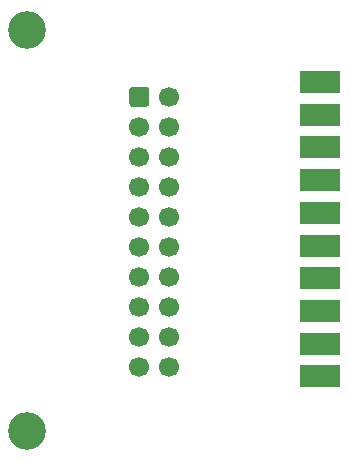
<source format=gbr>
%TF.GenerationSoftware,KiCad,Pcbnew,(5.1.9)-1*%
%TF.CreationDate,2021-07-27T13:59:00-04:00*%
%TF.ProjectId,Amiga2MacFloppy,416d6967-6132-44d6-9163-466c6f707079,1.0*%
%TF.SameCoordinates,Original*%
%TF.FileFunction,Soldermask,Top*%
%TF.FilePolarity,Negative*%
%FSLAX46Y46*%
G04 Gerber Fmt 4.6, Leading zero omitted, Abs format (unit mm)*
G04 Created by KiCad (PCBNEW (5.1.9)-1) date 2021-07-27 13:59:00*
%MOMM*%
%LPD*%
G01*
G04 APERTURE LIST*
%ADD10R,3.480000X1.846667*%
%ADD11C,1.700000*%
%ADD12C,3.200000*%
G04 APERTURE END LIST*
D10*
%TO.C,J1 DB19F*%
X158268000Y-95637000D03*
X158268000Y-98407000D03*
X158268000Y-101177000D03*
X158268000Y-103947000D03*
X158268000Y-106717000D03*
X158268000Y-109487000D03*
X158268000Y-112257000D03*
X158268000Y-115027000D03*
X158268000Y-117797000D03*
X158268000Y-120567000D03*
%TD*%
D11*
%TO.C,J2 IDC 2x10*%
X145508000Y-119753000D03*
X145508000Y-117213000D03*
X145508000Y-114673000D03*
X145508000Y-112133000D03*
X145508000Y-109593000D03*
X145508000Y-107053000D03*
X145508000Y-104513000D03*
X145508000Y-101973000D03*
X145508000Y-99433000D03*
X145508000Y-96893000D03*
X142968000Y-119753000D03*
X142968000Y-117213000D03*
X142968000Y-114673000D03*
X142968000Y-112133000D03*
X142968000Y-109593000D03*
X142968000Y-107053000D03*
X142968000Y-104513000D03*
X142968000Y-101973000D03*
X142968000Y-99433000D03*
G36*
G01*
X142118000Y-97493000D02*
X142118000Y-96293000D01*
G75*
G02*
X142368000Y-96043000I250000J0D01*
G01*
X143568000Y-96043000D01*
G75*
G02*
X143818000Y-96293000I0J-250000D01*
G01*
X143818000Y-97493000D01*
G75*
G02*
X143568000Y-97743000I-250000J0D01*
G01*
X142368000Y-97743000D01*
G75*
G02*
X142118000Y-97493000I0J250000D01*
G01*
G37*
%TD*%
D12*
%TO.C,Hole2*%
X133468000Y-91193000D03*
%TD*%
%TO.C,Hole1*%
X133468000Y-125193000D03*
%TD*%
M02*

</source>
